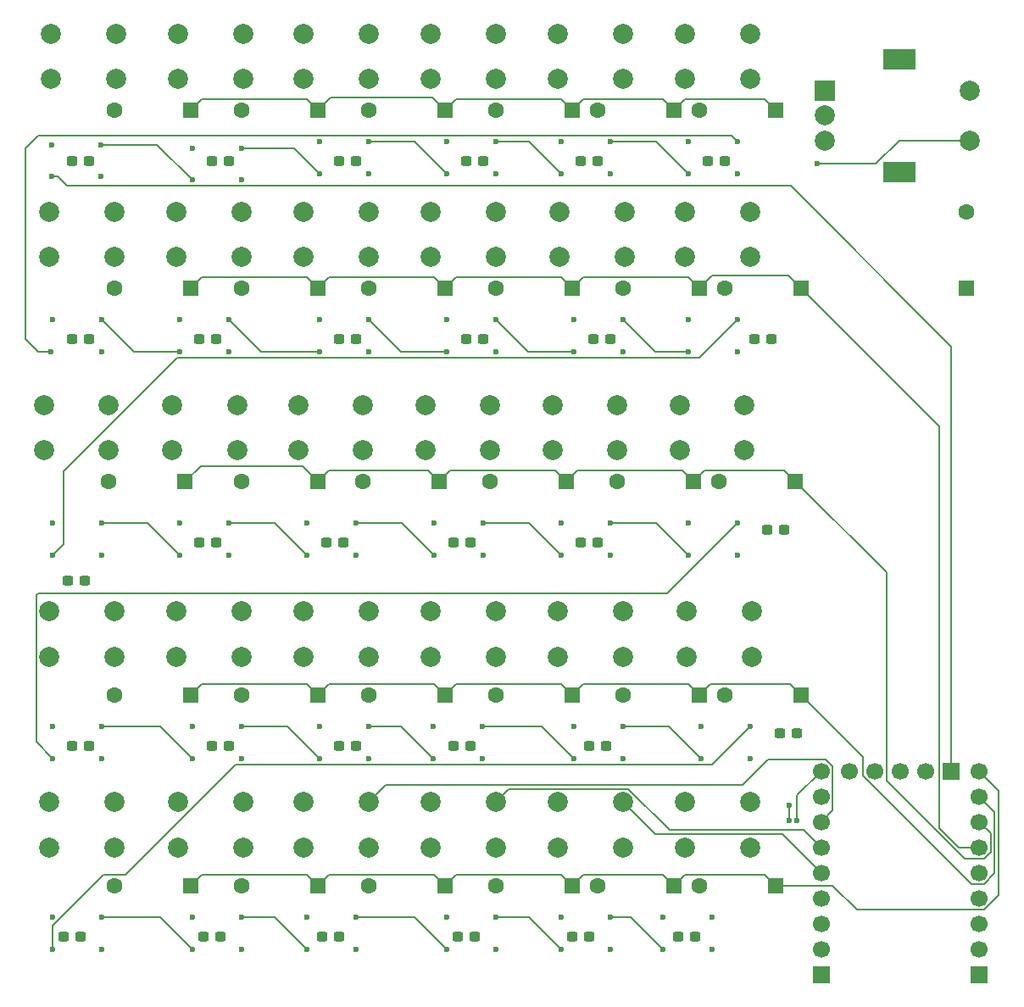
<source format=gbr>
%TF.GenerationSoftware,KiCad,Pcbnew,9.0.7*%
%TF.CreationDate,2026-02-20T03:41:17+09:00*%
%TF.ProjectId,YmmKeyboardMX,596d6d4b-6579-4626-9f61-72644d582e6b,rev?*%
%TF.SameCoordinates,Original*%
%TF.FileFunction,Copper,L4,Bot*%
%TF.FilePolarity,Positive*%
%FSLAX46Y46*%
G04 Gerber Fmt 4.6, Leading zero omitted, Abs format (unit mm)*
G04 Created by KiCad (PCBNEW 9.0.7) date 2026-02-20 03:41:17*
%MOMM*%
%LPD*%
G01*
G04 APERTURE LIST*
G04 Aperture macros list*
%AMRoundRect*
0 Rectangle with rounded corners*
0 $1 Rounding radius*
0 $2 $3 $4 $5 $6 $7 $8 $9 X,Y pos of 4 corners*
0 Add a 4 corners polygon primitive as box body*
4,1,4,$2,$3,$4,$5,$6,$7,$8,$9,$2,$3,0*
0 Add four circle primitives for the rounded corners*
1,1,$1+$1,$2,$3*
1,1,$1+$1,$4,$5*
1,1,$1+$1,$6,$7*
1,1,$1+$1,$8,$9*
0 Add four rect primitives between the rounded corners*
20,1,$1+$1,$2,$3,$4,$5,0*
20,1,$1+$1,$4,$5,$6,$7,0*
20,1,$1+$1,$6,$7,$8,$9,0*
20,1,$1+$1,$8,$9,$2,$3,0*%
G04 Aperture macros list end*
%TA.AperFunction,ComponentPad*%
%ADD10RoundRect,0.250000X0.550000X0.550000X-0.550000X0.550000X-0.550000X-0.550000X0.550000X-0.550000X0*%
%TD*%
%TA.AperFunction,ComponentPad*%
%ADD11C,1.600000*%
%TD*%
%TA.AperFunction,ComponentPad*%
%ADD12C,2.000000*%
%TD*%
%TA.AperFunction,ComponentPad*%
%ADD13RoundRect,0.250000X0.550000X-0.550000X0.550000X0.550000X-0.550000X0.550000X-0.550000X-0.550000X0*%
%TD*%
%TA.AperFunction,ComponentPad*%
%ADD14R,2.000000X2.000000*%
%TD*%
%TA.AperFunction,ComponentPad*%
%ADD15R,3.200000X2.000000*%
%TD*%
%TA.AperFunction,ComponentPad*%
%ADD16R,1.700000X1.700000*%
%TD*%
%TA.AperFunction,ComponentPad*%
%ADD17C,1.700000*%
%TD*%
%TA.AperFunction,SMDPad,CuDef*%
%ADD18RoundRect,0.237500X0.300000X0.237500X-0.300000X0.237500X-0.300000X-0.237500X0.300000X-0.237500X0*%
%TD*%
%TA.AperFunction,ViaPad*%
%ADD19C,0.600000*%
%TD*%
%TA.AperFunction,Conductor*%
%ADD20C,0.200000*%
%TD*%
G04 APERTURE END LIST*
D10*
%TO.P,D5,1,K*%
%TO.N,Net-(D2-K)*%
X185420000Y-35560000D03*
D11*
%TO.P,D5,2,A*%
%TO.N,Net-(D5-A)*%
X177800000Y-35560000D03*
%TD*%
D10*
%TO.P,D19,1,K*%
%TO.N,Net-(D14-K)*%
X207720000Y-72680000D03*
D11*
%TO.P,D19,2,A*%
%TO.N,Net-(D19-A)*%
X200100000Y-72680000D03*
%TD*%
D12*
%TO.P,SW18,1,1*%
%TO.N,Net-(SW12-Pad1)*%
X183440000Y-65060000D03*
X189940000Y-65060000D03*
%TO.P,SW18,2,2*%
%TO.N,Net-(D18-A)*%
X183440000Y-69560000D03*
X189940000Y-69560000D03*
%TD*%
D10*
%TO.P,D31,1,K*%
%TO.N,Net-(D26-K)*%
X205740000Y-113030000D03*
D11*
%TO.P,D31,2,A*%
%TO.N,Net-(D31-A)*%
X198120000Y-113030000D03*
%TD*%
D12*
%TO.P,SW19,1,1*%
%TO.N,Net-(SW13-Pad1)*%
X196140000Y-65060000D03*
X202640000Y-65060000D03*
%TO.P,SW19,2,2*%
%TO.N,Net-(D19-A)*%
X196140000Y-69560000D03*
X202640000Y-69560000D03*
%TD*%
%TO.P,SW31,1,1*%
%TO.N,Net-(SW13-Pad1)*%
X196700000Y-104720000D03*
X203200000Y-104720000D03*
%TO.P,SW31,2,2*%
%TO.N,Net-(D31-A)*%
X196700000Y-109220000D03*
X203200000Y-109220000D03*
%TD*%
D10*
%TO.P,D3,1,K*%
%TO.N,Net-(D2-K)*%
X160020000Y-35560000D03*
D11*
%TO.P,D3,2,A*%
%TO.N,Net-(D3-A)*%
X152400000Y-35560000D03*
%TD*%
D10*
%TO.P,D18,1,K*%
%TO.N,Net-(D14-K)*%
X197560000Y-72680000D03*
D11*
%TO.P,D18,2,A*%
%TO.N,Net-(D18-A)*%
X189940000Y-72680000D03*
%TD*%
D10*
%TO.P,D26,1,K*%
%TO.N,Net-(D26-K)*%
X147320000Y-113030000D03*
D11*
%TO.P,D26,2,A*%
%TO.N,Net-(D26-A)*%
X139700000Y-113030000D03*
%TD*%
D12*
%TO.P,SW7,1,1*%
%TO.N,Net-(SW13-Pad1)*%
X196700000Y-27940000D03*
X203200000Y-27940000D03*
%TO.P,SW7,2,2*%
%TO.N,Net-(D7-A)*%
X196700000Y-32440000D03*
X203200000Y-32440000D03*
%TD*%
D10*
%TO.P,D6,1,K*%
%TO.N,Net-(D2-K)*%
X195580000Y-35560000D03*
D11*
%TO.P,D6,2,A*%
%TO.N,Net-(D6-A)*%
X187960000Y-35560000D03*
%TD*%
D10*
%TO.P,D27,1,K*%
%TO.N,Net-(D26-K)*%
X160020000Y-113030000D03*
D11*
%TO.P,D27,2,A*%
%TO.N,Net-(D27-A)*%
X152400000Y-113030000D03*
%TD*%
D10*
%TO.P,D15,1,K*%
%TO.N,Net-(D14-K)*%
X160020000Y-72680000D03*
D11*
%TO.P,D15,2,A*%
%TO.N,Net-(D15-A)*%
X152400000Y-72680000D03*
%TD*%
D12*
%TO.P,SW22,1,1*%
%TO.N,Net-(SW10-Pad1)*%
X158600000Y-85670000D03*
X165100000Y-85670000D03*
%TO.P,SW22,2,2*%
%TO.N,Net-(D22-A)*%
X158600000Y-90170000D03*
X165100000Y-90170000D03*
%TD*%
%TO.P,SW29,1,1*%
%TO.N,Net-(SW11-Pad1)*%
X171300000Y-104720000D03*
X177800000Y-104720000D03*
%TO.P,SW29,2,2*%
%TO.N,Net-(D29-A)*%
X171300000Y-109220000D03*
X177800000Y-109220000D03*
%TD*%
D10*
%TO.P,D28,1,K*%
%TO.N,Net-(D26-K)*%
X172720000Y-113030000D03*
D11*
%TO.P,D28,2,A*%
%TO.N,Net-(D28-A)*%
X165100000Y-113030000D03*
%TD*%
D12*
%TO.P,SW4,1,1*%
%TO.N,Net-(SW10-Pad1)*%
X158600000Y-27940000D03*
X165100000Y-27940000D03*
%TO.P,SW4,2,2*%
%TO.N,Net-(D4-A)*%
X158600000Y-32440000D03*
X165100000Y-32440000D03*
%TD*%
D10*
%TO.P,D13,1,K*%
%TO.N,Net-(D10-K)*%
X208280000Y-53340000D03*
D11*
%TO.P,D13,2,A*%
%TO.N,Net-(D13-A)*%
X200660000Y-53340000D03*
%TD*%
D12*
%TO.P,SW16,1,1*%
%TO.N,Net-(SW10-Pad1)*%
X158040000Y-65060000D03*
X164540000Y-65060000D03*
%TO.P,SW16,2,2*%
%TO.N,Net-(D16-A)*%
X158040000Y-69560000D03*
X164540000Y-69560000D03*
%TD*%
D10*
%TO.P,D8,1,K*%
%TO.N,Net-(D10-K)*%
X147320000Y-53340000D03*
D11*
%TO.P,D8,2,A*%
%TO.N,Net-(D8-A)*%
X139700000Y-53340000D03*
%TD*%
D10*
%TO.P,D4,1,K*%
%TO.N,Net-(D2-K)*%
X172720000Y-35560000D03*
D11*
%TO.P,D4,2,A*%
%TO.N,Net-(D4-A)*%
X165100000Y-35560000D03*
%TD*%
D10*
%TO.P,D16,1,K*%
%TO.N,Net-(D14-K)*%
X172160000Y-72680000D03*
D11*
%TO.P,D16,2,A*%
%TO.N,Net-(D16-A)*%
X164540000Y-72680000D03*
%TD*%
D10*
%TO.P,D11,1,K*%
%TO.N,Net-(D10-K)*%
X185420000Y-53340000D03*
D11*
%TO.P,D11,2,A*%
%TO.N,Net-(D11-A)*%
X177800000Y-53340000D03*
%TD*%
D12*
%TO.P,SW27,1,1*%
%TO.N,Net-(SW15-Pad1)*%
X146050000Y-104720000D03*
X152550000Y-104720000D03*
%TO.P,SW27,2,2*%
%TO.N,Net-(D27-A)*%
X146050000Y-109220000D03*
X152550000Y-109220000D03*
%TD*%
%TO.P,SW24,1,1*%
%TO.N,Net-(SW12-Pad1)*%
X184000000Y-85670000D03*
X190500000Y-85670000D03*
%TO.P,SW24,2,2*%
%TO.N,Net-(D24-A)*%
X184000000Y-90170000D03*
X190500000Y-90170000D03*
%TD*%
D10*
%TO.P,D25,1,K*%
%TO.N,Net-(D20-K)*%
X208280000Y-93980000D03*
D11*
%TO.P,D25,2,A*%
%TO.N,Net-(D25-A)*%
X200660000Y-93980000D03*
%TD*%
D12*
%TO.P,SW10,1,1*%
%TO.N,Net-(SW10-Pad1)*%
X158600000Y-45720000D03*
X165100000Y-45720000D03*
%TO.P,SW10,2,2*%
%TO.N,Net-(D10-A)*%
X158600000Y-50220000D03*
X165100000Y-50220000D03*
%TD*%
%TO.P,SW8,1,1*%
%TO.N,Net-(SW14-Pad1)*%
X133200000Y-45720000D03*
X139700000Y-45720000D03*
%TO.P,SW8,2,2*%
%TO.N,Net-(D8-A)*%
X133200000Y-50220000D03*
X139700000Y-50220000D03*
%TD*%
%TO.P,SW6,1,1*%
%TO.N,Net-(SW12-Pad1)*%
X184000000Y-27940000D03*
X190500000Y-27940000D03*
%TO.P,SW6,2,2*%
%TO.N,Net-(D6-A)*%
X184000000Y-32440000D03*
X190500000Y-32440000D03*
%TD*%
D10*
%TO.P,D2,1,K*%
%TO.N,Net-(D2-K)*%
X147320000Y-35560000D03*
D11*
%TO.P,D2,2,A*%
%TO.N,Net-(D2-A)*%
X139700000Y-35560000D03*
%TD*%
D12*
%TO.P,SW28,1,1*%
%TO.N,Net-(SW10-Pad1)*%
X158600000Y-104720000D03*
X165100000Y-104720000D03*
%TO.P,SW28,2,2*%
%TO.N,Net-(D28-A)*%
X158600000Y-109220000D03*
X165100000Y-109220000D03*
%TD*%
D10*
%TO.P,D9,1,K*%
%TO.N,Net-(D10-K)*%
X160020000Y-53340000D03*
D11*
%TO.P,D9,2,A*%
%TO.N,Net-(D9-A)*%
X152400000Y-53340000D03*
%TD*%
D10*
%TO.P,D12,1,K*%
%TO.N,Net-(D10-K)*%
X198120000Y-53340000D03*
D11*
%TO.P,D12,2,A*%
%TO.N,Net-(D12-A)*%
X190500000Y-53340000D03*
%TD*%
D12*
%TO.P,SW9,1,1*%
%TO.N,Net-(SW15-Pad1)*%
X145900000Y-45720000D03*
X152400000Y-45720000D03*
%TO.P,SW9,2,2*%
%TO.N,Net-(D9-A)*%
X145900000Y-50220000D03*
X152400000Y-50220000D03*
%TD*%
D10*
%TO.P,D17,1,K*%
%TO.N,Net-(D14-K)*%
X184860000Y-72680000D03*
D11*
%TO.P,D17,2,A*%
%TO.N,Net-(D17-A)*%
X177240000Y-72680000D03*
%TD*%
D10*
%TO.P,D29,1,K*%
%TO.N,Net-(D26-K)*%
X185420000Y-113030000D03*
D11*
%TO.P,D29,2,A*%
%TO.N,Net-(D29-A)*%
X177800000Y-113030000D03*
%TD*%
D10*
%TO.P,D30,1,K*%
%TO.N,Net-(D26-K)*%
X195580000Y-113030000D03*
D11*
%TO.P,D30,2,A*%
%TO.N,Net-(D30-A)*%
X187960000Y-113030000D03*
%TD*%
D13*
%TO.P,D32,1,K*%
%TO.N,Net-(D32-K)*%
X224790000Y-53340000D03*
D11*
%TO.P,D32,2,A*%
%TO.N,Net-(D32-A)*%
X224790000Y-45720000D03*
%TD*%
D12*
%TO.P,SW25,1,1*%
%TO.N,Net-(SW13-Pad1)*%
X196850000Y-85670000D03*
X203350000Y-85670000D03*
%TO.P,SW25,2,2*%
%TO.N,Net-(D25-A)*%
X196850000Y-90170000D03*
X203350000Y-90170000D03*
%TD*%
D10*
%TO.P,D22,1,K*%
%TO.N,Net-(D20-K)*%
X172720000Y-93980000D03*
D11*
%TO.P,D22,2,A*%
%TO.N,Net-(D22-A)*%
X165100000Y-93980000D03*
%TD*%
D14*
%TO.P,SW32,A,A*%
%TO.N,Net-(SW32-PadA)*%
X210640000Y-33640000D03*
D12*
%TO.P,SW32,B,B*%
%TO.N,Net-(SW32-PadB)*%
X210640000Y-38640000D03*
%TO.P,SW32,C,C*%
%TO.N,GND*%
X210640000Y-36140000D03*
D15*
%TO.P,SW32,MP*%
%TO.N,N/C*%
X218140000Y-30540000D03*
X218140000Y-41740000D03*
D12*
%TO.P,SW32,S1,S1*%
%TO.N,Net-(SW32-PadS1)*%
X225140000Y-38640000D03*
%TO.P,SW32,S2,S2*%
%TO.N,Net-(D32-A)*%
X225140000Y-33640000D03*
%TD*%
%TO.P,SW3,1,1*%
%TO.N,Net-(SW15-Pad1)*%
X146050000Y-27940000D03*
X152550000Y-27940000D03*
%TO.P,SW3,2,2*%
%TO.N,Net-(D3-A)*%
X146050000Y-32440000D03*
X152550000Y-32440000D03*
%TD*%
%TO.P,SW13,1,1*%
%TO.N,Net-(SW13-Pad1)*%
X196700000Y-45720000D03*
X203200000Y-45720000D03*
%TO.P,SW13,2,2*%
%TO.N,Net-(D13-A)*%
X196700000Y-50220000D03*
X203200000Y-50220000D03*
%TD*%
%TO.P,SW14,1,1*%
%TO.N,Net-(SW14-Pad1)*%
X132640000Y-65060000D03*
X139140000Y-65060000D03*
%TO.P,SW14,2,2*%
%TO.N,Net-(D14-A)*%
X132640000Y-69560000D03*
X139140000Y-69560000D03*
%TD*%
%TO.P,SW30,1,1*%
%TO.N,Net-(SW12-Pad1)*%
X184000000Y-104720000D03*
X190500000Y-104720000D03*
%TO.P,SW30,2,2*%
%TO.N,Net-(D30-A)*%
X184000000Y-109220000D03*
X190500000Y-109220000D03*
%TD*%
%TO.P,SW11,1,1*%
%TO.N,Net-(SW11-Pad1)*%
X171300000Y-45720000D03*
X177800000Y-45720000D03*
%TO.P,SW11,2,2*%
%TO.N,Net-(D11-A)*%
X171300000Y-50220000D03*
X177800000Y-50220000D03*
%TD*%
%TO.P,SW12,1,1*%
%TO.N,Net-(SW12-Pad1)*%
X184150000Y-45720000D03*
X190650000Y-45720000D03*
%TO.P,SW12,2,2*%
%TO.N,Net-(D12-A)*%
X184150000Y-50220000D03*
X190650000Y-50220000D03*
%TD*%
%TO.P,SW21,1,1*%
%TO.N,Net-(SW15-Pad1)*%
X145900000Y-85670000D03*
X152400000Y-85670000D03*
%TO.P,SW21,2,2*%
%TO.N,Net-(D21-A)*%
X145900000Y-90170000D03*
X152400000Y-90170000D03*
%TD*%
D10*
%TO.P,D20,1,K*%
%TO.N,Net-(D20-K)*%
X147320000Y-93980000D03*
D11*
%TO.P,D20,2,A*%
%TO.N,Net-(D20-A)*%
X139700000Y-93980000D03*
%TD*%
D10*
%TO.P,D21,1,K*%
%TO.N,Net-(D20-K)*%
X160020000Y-93980000D03*
D11*
%TO.P,D21,2,A*%
%TO.N,Net-(D21-A)*%
X152400000Y-93980000D03*
%TD*%
D12*
%TO.P,SW17,1,1*%
%TO.N,Net-(SW11-Pad1)*%
X170740000Y-65060000D03*
X177240000Y-65060000D03*
%TO.P,SW17,2,2*%
%TO.N,Net-(D17-A)*%
X170740000Y-69560000D03*
X177240000Y-69560000D03*
%TD*%
D10*
%TO.P,D14,1,K*%
%TO.N,Net-(D14-K)*%
X146760000Y-72680000D03*
D11*
%TO.P,D14,2,A*%
%TO.N,Net-(D14-A)*%
X139140000Y-72680000D03*
%TD*%
D12*
%TO.P,SW15,1,1*%
%TO.N,Net-(SW15-Pad1)*%
X145490000Y-65060000D03*
X151990000Y-65060000D03*
%TO.P,SW15,2,2*%
%TO.N,Net-(D15-A)*%
X145490000Y-69560000D03*
X151990000Y-69560000D03*
%TD*%
%TO.P,SW23,1,1*%
%TO.N,Net-(SW11-Pad1)*%
X171300000Y-85670000D03*
X177800000Y-85670000D03*
%TO.P,SW23,2,2*%
%TO.N,Net-(D23-A)*%
X171300000Y-90170000D03*
X177800000Y-90170000D03*
%TD*%
D10*
%TO.P,D24,1,K*%
%TO.N,Net-(D20-K)*%
X198120000Y-93980000D03*
D11*
%TO.P,D24,2,A*%
%TO.N,Net-(D24-A)*%
X190500000Y-93980000D03*
%TD*%
D10*
%TO.P,D10,1,K*%
%TO.N,Net-(D10-K)*%
X172720000Y-53340000D03*
D11*
%TO.P,D10,2,A*%
%TO.N,Net-(D10-A)*%
X165100000Y-53340000D03*
%TD*%
D12*
%TO.P,SW20,1,1*%
%TO.N,Net-(SW14-Pad1)*%
X133200000Y-85670000D03*
X139700000Y-85670000D03*
%TO.P,SW20,2,2*%
%TO.N,Net-(D20-A)*%
X133200000Y-90170000D03*
X139700000Y-90170000D03*
%TD*%
D10*
%TO.P,D23,1,K*%
%TO.N,Net-(D20-K)*%
X185420000Y-93980000D03*
D11*
%TO.P,D23,2,A*%
%TO.N,Net-(D23-A)*%
X177800000Y-93980000D03*
%TD*%
D12*
%TO.P,SW2,1,1*%
%TO.N,Net-(SW14-Pad1)*%
X133350000Y-27940000D03*
X139850000Y-27940000D03*
%TO.P,SW2,2,2*%
%TO.N,Net-(D2-A)*%
X133350000Y-32440000D03*
X139850000Y-32440000D03*
%TD*%
%TO.P,SW26,1,1*%
%TO.N,Net-(SW14-Pad1)*%
X133200000Y-104720000D03*
X139700000Y-104720000D03*
%TO.P,SW26,2,2*%
%TO.N,Net-(D26-A)*%
X133200000Y-109220000D03*
X139700000Y-109220000D03*
%TD*%
D16*
%TO.P,U1,0,0*%
%TO.N,Net-(SW32-PadA)*%
X210280000Y-121930000D03*
D17*
%TO.P,U1,1,1*%
%TO.N,Net-(SW32-PadB)*%
X210280000Y-119390000D03*
%TO.P,U1,2,2*%
%TO.N,Net-(SW32-PadS1)*%
X210280000Y-116850000D03*
%TO.P,U1,3,3*%
%TO.N,Net-(SW13-Pad1)*%
X210280000Y-114310000D03*
%TO.P,U1,4,4*%
%TO.N,Net-(SW12-Pad1)*%
X210280000Y-111770000D03*
%TO.P,U1,5,5*%
%TO.N,Net-(SW11-Pad1)*%
X210280000Y-109230000D03*
%TO.P,U1,6,6*%
%TO.N,Net-(SW10-Pad1)*%
X210280000Y-106690000D03*
%TO.P,U1,7,7*%
%TO.N,Net-(SW15-Pad1)*%
X210280000Y-104150000D03*
%TO.P,U1,8,8*%
%TO.N,Net-(SW14-Pad1)*%
X210280000Y-101610000D03*
%TO.P,U1,9,9*%
%TO.N,unconnected-(U1-Pad9)*%
X213110000Y-101620000D03*
%TO.P,U1,10,10*%
%TO.N,unconnected-(U1-Pad10)*%
X215650000Y-101620000D03*
%TO.P,U1,11,11*%
%TO.N,unconnected-(U1-Pad11)*%
X218190000Y-101620000D03*
%TO.P,U1,12,12*%
%TO.N,unconnected-(U1-Pad12)*%
X220730000Y-101620000D03*
D16*
%TO.P,U1,13,13*%
%TO.N,Net-(D1-DIN)*%
X223270000Y-101620000D03*
D17*
%TO.P,U1,14,14*%
%TO.N,Net-(D26-K)*%
X226060000Y-101600000D03*
%TO.P,U1,15,15*%
%TO.N,Net-(D20-K)*%
X226060000Y-104140000D03*
%TO.P,U1,26,26*%
%TO.N,Net-(D14-K)*%
X226060000Y-106680000D03*
%TO.P,U1,27,27*%
%TO.N,Net-(D10-K)*%
X226060000Y-109220000D03*
%TO.P,U1,28,28*%
%TO.N,Net-(D2-K)*%
X226060000Y-111760000D03*
%TO.P,U1,29,29*%
%TO.N,Net-(D32-K)*%
X226060000Y-114300000D03*
%TO.P,U1,30,3V3*%
%TO.N,unconnected-(U1-3V3-Pad30)*%
X226060000Y-116840000D03*
%TO.P,U1,31,GND*%
%TO.N,GND*%
X226060000Y-119380000D03*
D16*
%TO.P,U1,32,5V*%
%TO.N,+5V*%
X226060000Y-121920000D03*
%TD*%
D12*
%TO.P,SW5,1,1*%
%TO.N,Net-(SW11-Pad1)*%
X171300000Y-27940000D03*
X177800000Y-27940000D03*
%TO.P,SW5,2,2*%
%TO.N,Net-(D5-A)*%
X171300000Y-32440000D03*
X177800000Y-32440000D03*
%TD*%
D18*
%TO.P,C12,1*%
%TO.N,GND*%
X205332500Y-58420000D03*
%TO.P,C12,2*%
%TO.N,+5V*%
X203607500Y-58420000D03*
%TD*%
%TO.P,C11,1*%
%TO.N,GND*%
X189230000Y-58420000D03*
%TO.P,C11,2*%
%TO.N,+5V*%
X187505000Y-58420000D03*
%TD*%
%TO.P,C13,1*%
%TO.N,+5V*%
X136752500Y-82550000D03*
%TO.P,C13,2*%
%TO.N,GND*%
X135027500Y-82550000D03*
%TD*%
%TO.P,C14,1*%
%TO.N,+5V*%
X149860000Y-78740000D03*
%TO.P,C14,2*%
%TO.N,GND*%
X148135000Y-78740000D03*
%TD*%
%TO.P,C25,1*%
%TO.N,+5V*%
X136345000Y-118110000D03*
%TO.P,C25,2*%
%TO.N,GND*%
X134620000Y-118110000D03*
%TD*%
%TO.P,C23,1*%
%TO.N,GND*%
X188822500Y-99060000D03*
%TO.P,C23,2*%
%TO.N,+5V*%
X187097500Y-99060000D03*
%TD*%
%TO.P,C15,1*%
%TO.N,+5V*%
X162560000Y-78740000D03*
%TO.P,C15,2*%
%TO.N,GND*%
X160835000Y-78740000D03*
%TD*%
%TO.P,C9,1*%
%TO.N,GND*%
X163830000Y-58420000D03*
%TO.P,C9,2*%
%TO.N,+5V*%
X162105000Y-58420000D03*
%TD*%
%TO.P,C29,1*%
%TO.N,+5V*%
X187145000Y-118110000D03*
%TO.P,C29,2*%
%TO.N,GND*%
X185420000Y-118110000D03*
%TD*%
%TO.P,C27,1*%
%TO.N,+5V*%
X162152500Y-118110000D03*
%TO.P,C27,2*%
%TO.N,GND*%
X160427500Y-118110000D03*
%TD*%
%TO.P,C22,1*%
%TO.N,GND*%
X175260000Y-99060000D03*
%TO.P,C22,2*%
%TO.N,+5V*%
X173535000Y-99060000D03*
%TD*%
%TO.P,C7,1*%
%TO.N,GND*%
X137160000Y-58420000D03*
%TO.P,C7,2*%
%TO.N,+5V*%
X135435000Y-58420000D03*
%TD*%
%TO.P,C28,1*%
%TO.N,+5V*%
X175715000Y-118110000D03*
%TO.P,C28,2*%
%TO.N,GND*%
X173990000Y-118110000D03*
%TD*%
%TO.P,C16,1*%
%TO.N,+5V*%
X175260000Y-78740000D03*
%TO.P,C16,2*%
%TO.N,GND*%
X173535000Y-78740000D03*
%TD*%
%TO.P,C8,1*%
%TO.N,GND*%
X149860000Y-58420000D03*
%TO.P,C8,2*%
%TO.N,+5V*%
X148135000Y-58420000D03*
%TD*%
%TO.P,C19,1*%
%TO.N,GND*%
X137160000Y-99060000D03*
%TO.P,C19,2*%
%TO.N,+5V*%
X135435000Y-99060000D03*
%TD*%
%TO.P,C3,1*%
%TO.N,+5V*%
X163830000Y-40640000D03*
%TO.P,C3,2*%
%TO.N,GND*%
X162105000Y-40640000D03*
%TD*%
%TO.P,C2,1*%
%TO.N,+5V*%
X151130000Y-40640000D03*
%TO.P,C2,2*%
%TO.N,GND*%
X149405000Y-40640000D03*
%TD*%
%TO.P,C30,1*%
%TO.N,+5V*%
X197712500Y-118110000D03*
%TO.P,C30,2*%
%TO.N,GND*%
X195987500Y-118110000D03*
%TD*%
%TO.P,C21,1*%
%TO.N,GND*%
X163830000Y-99060000D03*
%TO.P,C21,2*%
%TO.N,+5V*%
X162105000Y-99060000D03*
%TD*%
%TO.P,C20,1*%
%TO.N,GND*%
X151130000Y-99060000D03*
%TO.P,C20,2*%
%TO.N,+5V*%
X149405000Y-99060000D03*
%TD*%
%TO.P,C6,1*%
%TO.N,+5V*%
X200660000Y-40640000D03*
%TO.P,C6,2*%
%TO.N,GND*%
X198935000Y-40640000D03*
%TD*%
%TO.P,C4,1*%
%TO.N,+5V*%
X176530000Y-40640000D03*
%TO.P,C4,2*%
%TO.N,GND*%
X174805000Y-40640000D03*
%TD*%
%TO.P,C24,1*%
%TO.N,GND*%
X207872500Y-97790000D03*
%TO.P,C24,2*%
%TO.N,+5V*%
X206147500Y-97790000D03*
%TD*%
%TO.P,C1,1*%
%TO.N,+5V*%
X137160000Y-40640000D03*
%TO.P,C1,2*%
%TO.N,GND*%
X135435000Y-40640000D03*
%TD*%
%TO.P,C26,1*%
%TO.N,+5V*%
X150315000Y-118110000D03*
%TO.P,C26,2*%
%TO.N,GND*%
X148590000Y-118110000D03*
%TD*%
%TO.P,C18,1*%
%TO.N,+5V*%
X206602500Y-77470000D03*
%TO.P,C18,2*%
%TO.N,GND*%
X204877500Y-77470000D03*
%TD*%
%TO.P,C5,1*%
%TO.N,+5V*%
X187960000Y-40640000D03*
%TO.P,C5,2*%
%TO.N,GND*%
X186235000Y-40640000D03*
%TD*%
%TO.P,C17,1*%
%TO.N,+5V*%
X187960000Y-78740000D03*
%TO.P,C17,2*%
%TO.N,GND*%
X186235000Y-78740000D03*
%TD*%
%TO.P,C10,1*%
%TO.N,GND*%
X176530000Y-58420000D03*
%TO.P,C10,2*%
%TO.N,+5V*%
X174805000Y-58420000D03*
%TD*%
D10*
%TO.P,D7,1,K*%
%TO.N,Net-(D2-K)*%
X205740000Y-35560000D03*
D11*
%TO.P,D7,2,A*%
%TO.N,Net-(D7-A)*%
X198120000Y-35560000D03*
%TD*%
D19*
%TO.N,GND*%
X133530000Y-76810000D03*
X185600000Y-56490000D03*
X184330000Y-76810000D03*
X195987500Y-118110000D03*
X184330000Y-116180000D03*
X171540000Y-97130000D03*
X172900000Y-56490000D03*
X149860000Y-58420000D03*
X162105000Y-40640000D03*
X188822500Y-99060000D03*
X147500000Y-116180000D03*
X194490000Y-116180000D03*
X185600000Y-97130000D03*
X135027500Y-82550000D03*
X210640000Y-36140000D03*
X147500000Y-39370000D03*
X133530000Y-56490000D03*
X163830000Y-58420000D03*
X198935000Y-40640000D03*
X147500000Y-97130000D03*
X133530000Y-116180000D03*
X149405000Y-40640000D03*
X160835000Y-78740000D03*
X146230000Y-76810000D03*
X197030000Y-76810000D03*
X186235000Y-40640000D03*
X135435000Y-40640000D03*
X172900000Y-116180000D03*
X185420000Y-118110000D03*
X148590000Y-118110000D03*
X189230000Y-58420000D03*
X160200000Y-38710000D03*
X148135000Y-78740000D03*
X134620000Y-118110000D03*
X173535000Y-78740000D03*
X226060000Y-119380000D03*
X172900000Y-38710000D03*
X186235000Y-78740000D03*
X137160000Y-58420000D03*
X197030000Y-38710000D03*
X160200000Y-56490000D03*
X158930000Y-76810000D03*
X205332500Y-58420000D03*
X173990000Y-118110000D03*
X146230000Y-56490000D03*
X184330000Y-38710000D03*
X175260000Y-99060000D03*
X197030000Y-56490000D03*
X174805000Y-40640000D03*
X204877500Y-77470000D03*
X133440000Y-39040000D03*
X198300000Y-97130000D03*
X158930000Y-116180000D03*
X137160000Y-99060000D03*
X176530000Y-58420000D03*
X163830000Y-99060000D03*
X171630000Y-76810000D03*
X160200000Y-97130000D03*
X133530000Y-97130000D03*
X151130000Y-99060000D03*
X160427500Y-118110000D03*
X207872500Y-97790000D03*
%TO.N,Net-(D1-DOUT)*%
X147500000Y-42570000D03*
X138340000Y-39040000D03*
%TO.N,Net-(D1-DIN)*%
X133440000Y-42240000D03*
%TO.N,Net-(D33-DOUT)*%
X160200000Y-41910000D03*
X152400000Y-39370000D03*
%TO.N,Net-(D34-DOUT)*%
X165100000Y-38710000D03*
X172900000Y-41910000D03*
%TO.N,Net-(D35-DOUT)*%
X177800000Y-38710000D03*
X184330000Y-41910000D03*
%TO.N,Net-(D36-DOUT)*%
X189230000Y-38710000D03*
X197030000Y-41910000D03*
%TO.N,Net-(D37-DOUT)*%
X201930000Y-38710000D03*
X133350000Y-59690000D03*
%TO.N,Net-(D38-DOUT)*%
X138430000Y-56490000D03*
X146230000Y-59690000D03*
%TO.N,Net-(D39-DOUT)*%
X160200000Y-59690000D03*
X151130000Y-56490000D03*
%TO.N,Net-(D40-DOUT)*%
X165100000Y-56490000D03*
X172900000Y-59690000D03*
%TO.N,Net-(D41-DOUT)*%
X185600000Y-59690000D03*
X177800000Y-56490000D03*
%TO.N,Net-(D42-DOUT)*%
X190500000Y-56490000D03*
X197030000Y-59690000D03*
%TO.N,Net-(D43-DOUT)*%
X133530000Y-80010000D03*
X201930000Y-56490000D03*
%TO.N,Net-(D44-DOUT)*%
X138430000Y-76810000D03*
X146230000Y-80010000D03*
%TO.N,Net-(D45-DOUT)*%
X151130000Y-76810000D03*
X158930000Y-80010000D03*
X151130000Y-76810000D03*
%TO.N,Net-(D46-DOUT)*%
X171630000Y-80010000D03*
X163830000Y-76810000D03*
%TO.N,Net-(D47-DOUT)*%
X176530000Y-76810000D03*
X184330000Y-80010000D03*
%TO.N,Net-(D48-DOUT)*%
X189230000Y-76810000D03*
X197030000Y-80010000D03*
%TO.N,Net-(D49-DOUT)*%
X201930000Y-76810000D03*
X133530000Y-100330000D03*
%TO.N,Net-(D50-DOUT)*%
X147500000Y-100330000D03*
X138430000Y-97130000D03*
%TO.N,Net-(D51-DOUT)*%
X152400000Y-97130000D03*
X160200000Y-100330000D03*
%TO.N,Net-(D52-DOUT)*%
X165100000Y-97130000D03*
X171540000Y-100330000D03*
%TO.N,Net-(D53-DOUT)*%
X185600000Y-100330000D03*
X176440000Y-97130000D03*
%TO.N,Net-(D54-DOUT)*%
X190500000Y-97130000D03*
X198300000Y-100330000D03*
%TO.N,Net-(D55-DOUT)*%
X133530000Y-119380000D03*
X203200000Y-97130000D03*
%TO.N,Net-(D56-DOUT)*%
X138430000Y-116180000D03*
X147500000Y-119380000D03*
%TO.N,Net-(D57-DOUT)*%
X158930000Y-119380000D03*
X152400000Y-116180000D03*
%TO.N,Net-(D58-DOUT)*%
X163830000Y-116180000D03*
X172900000Y-119380000D03*
%TO.N,Net-(D59-DOUT)*%
X177800000Y-116180000D03*
X184330000Y-119380000D03*
%TO.N,Net-(D60-DOUT)*%
X189230000Y-116180000D03*
X194490000Y-119380000D03*
%TO.N,unconnected-(D61-DOUT-Pad4)*%
X199390000Y-116180000D03*
%TO.N,Net-(SW14-Pad1)*%
X207860000Y-106530000D03*
%TO.N,Net-(SW15-Pad1)*%
X207060000Y-105040000D03*
X207060158Y-106514000D03*
%TO.N,Net-(SW32-PadS1)*%
X225140000Y-38640000D03*
X209930000Y-40970000D03*
%TO.N,+5V*%
X175260000Y-78740000D03*
X189230000Y-119380000D03*
X200660000Y-40640000D03*
X137160000Y-40640000D03*
X151130000Y-59690000D03*
X152400000Y-42570000D03*
X189230000Y-80010000D03*
X176530000Y-80010000D03*
X165100000Y-100330000D03*
X177800000Y-41910000D03*
X199390000Y-119380000D03*
X176530000Y-40640000D03*
X135435000Y-58420000D03*
X151130000Y-40640000D03*
X176440000Y-100330000D03*
X206147500Y-97790000D03*
X187145000Y-118110000D03*
X190500000Y-100330000D03*
X149860000Y-78740000D03*
X174805000Y-58420000D03*
X163830000Y-80010000D03*
X136345000Y-118110000D03*
X203200000Y-100330000D03*
X150315000Y-118110000D03*
X226060000Y-121920000D03*
X177800000Y-59690000D03*
X190500000Y-59690000D03*
X148135000Y-58420000D03*
X152400000Y-100330000D03*
X165100000Y-41910000D03*
X138430000Y-119380000D03*
X138430000Y-100330000D03*
X189230000Y-41910000D03*
X162105000Y-58420000D03*
X203607500Y-58420000D03*
X162560000Y-78740000D03*
X201930000Y-59690000D03*
X151130000Y-80010000D03*
X136752500Y-82550000D03*
X162152500Y-118110000D03*
X197712500Y-118110000D03*
X187097500Y-99060000D03*
X149405000Y-99060000D03*
X138340000Y-42240000D03*
X187960000Y-78740000D03*
X177800000Y-119380000D03*
X201930000Y-41910000D03*
X201930000Y-80010000D03*
X165100000Y-59690000D03*
X175715000Y-118110000D03*
X138430000Y-80010000D03*
X206602500Y-77470000D03*
X152400000Y-119380000D03*
X162105000Y-99060000D03*
X173535000Y-99060000D03*
X135435000Y-99060000D03*
X187505000Y-58420000D03*
X138430000Y-59690000D03*
X200660000Y-40640000D03*
X163830000Y-119380000D03*
X163830000Y-40640000D03*
X187960000Y-40640000D03*
%TD*%
D20*
%TO.N,Net-(D1-DOUT)*%
X138340000Y-39040000D02*
X143970000Y-39040000D01*
X143970000Y-39040000D02*
X147500000Y-42570000D01*
%TO.N,Net-(D1-DIN)*%
X223270000Y-101620000D02*
X223270000Y-59200057D01*
X207240943Y-43171000D02*
X135001000Y-43171000D01*
X135001000Y-43171000D02*
X134070000Y-42240000D01*
X223270000Y-59200057D02*
X207240943Y-43171000D01*
X134070000Y-42240000D02*
X133440000Y-42240000D01*
%TO.N,Net-(D2-K)*%
X186521000Y-34459000D02*
X194479000Y-34459000D01*
X171450000Y-34290000D02*
X172720000Y-35560000D01*
X194479000Y-34459000D02*
X195580000Y-35560000D01*
X172720000Y-35560000D02*
X173821000Y-34459000D01*
X173821000Y-34459000D02*
X184319000Y-34459000D01*
X147320000Y-35560000D02*
X148421000Y-34459000D01*
X184319000Y-34459000D02*
X185420000Y-35560000D01*
X196681000Y-34459000D02*
X204639000Y-34459000D01*
X185420000Y-35560000D02*
X186521000Y-34459000D01*
X161290000Y-34290000D02*
X171450000Y-34290000D01*
X205740000Y-35560000D02*
X204639000Y-34459000D01*
X160020000Y-35560000D02*
X161290000Y-34290000D01*
X148421000Y-34459000D02*
X158919000Y-34459000D01*
X195580000Y-35560000D02*
X196681000Y-34459000D01*
X158919000Y-34459000D02*
X160020000Y-35560000D01*
%TO.N,Net-(D10-K)*%
X199390000Y-52070000D02*
X207010000Y-52070000D01*
X222119000Y-67179000D02*
X208280000Y-53340000D01*
X184319000Y-52239000D02*
X185420000Y-53340000D01*
X158919000Y-52239000D02*
X160020000Y-53340000D01*
X207010000Y-52070000D02*
X208280000Y-53340000D01*
X160020000Y-53340000D02*
X161121000Y-52239000D01*
X224030000Y-109220000D02*
X222119000Y-107309000D01*
X186521000Y-52239000D02*
X197019000Y-52239000D01*
X171619000Y-52239000D02*
X172720000Y-53340000D01*
X222119000Y-107309000D02*
X222119000Y-67179000D01*
X185420000Y-53340000D02*
X186521000Y-52239000D01*
X208280000Y-53340000D02*
X209550000Y-54610000D01*
X148421000Y-52239000D02*
X158919000Y-52239000D01*
X147320000Y-53340000D02*
X148421000Y-52239000D01*
X226060000Y-109220000D02*
X224030000Y-109220000D01*
X161121000Y-52239000D02*
X171619000Y-52239000D01*
X172720000Y-53340000D02*
X173821000Y-52239000D01*
X198120000Y-53340000D02*
X199390000Y-52070000D01*
X197019000Y-52239000D02*
X198120000Y-53340000D01*
X173821000Y-52239000D02*
X184319000Y-52239000D01*
%TO.N,Net-(D14-K)*%
X226536760Y-110371000D02*
X224613900Y-110371000D01*
X216801000Y-81761000D02*
X207720000Y-72680000D01*
X185961000Y-71579000D02*
X196459000Y-71579000D01*
X197560000Y-72680000D02*
X198661000Y-71579000D01*
X173261000Y-71579000D02*
X183759000Y-71579000D01*
X227211000Y-109696760D02*
X226536760Y-110371000D01*
X198661000Y-71579000D02*
X206619000Y-71579000D01*
X146760000Y-72680000D02*
X148320000Y-71120000D01*
X224613900Y-110371000D02*
X216801000Y-102558100D01*
X161121000Y-71579000D02*
X171059000Y-71579000D01*
X227211000Y-107831000D02*
X227211000Y-109696760D01*
X183759000Y-71579000D02*
X184860000Y-72680000D01*
X226060000Y-106680000D02*
X227211000Y-107831000D01*
X216801000Y-102558100D02*
X216801000Y-81761000D01*
X148320000Y-71120000D02*
X158460000Y-71120000D01*
X158460000Y-71120000D02*
X160020000Y-72680000D01*
X206619000Y-71579000D02*
X207720000Y-72680000D01*
X171059000Y-71579000D02*
X172160000Y-72680000D01*
X160020000Y-72680000D02*
X161121000Y-71579000D01*
X172160000Y-72680000D02*
X173261000Y-71579000D01*
X196459000Y-71579000D02*
X197560000Y-72680000D01*
X184860000Y-72680000D02*
X185961000Y-71579000D01*
%TO.N,Net-(D20-K)*%
X214499000Y-102096760D02*
X214499000Y-100199000D01*
X207179000Y-92879000D02*
X208280000Y-93980000D01*
X226060000Y-104140000D02*
X227612000Y-105692000D01*
X225313240Y-112911000D02*
X214499000Y-102096760D01*
X173821000Y-92879000D02*
X184319000Y-92879000D01*
X198120000Y-93980000D02*
X199221000Y-92879000D01*
X171619000Y-92879000D02*
X172720000Y-93980000D01*
X197019000Y-92879000D02*
X198120000Y-93980000D01*
X214499000Y-100199000D02*
X208280000Y-93980000D01*
X158919000Y-92879000D02*
X160020000Y-93980000D01*
X172720000Y-93980000D02*
X173821000Y-92879000D01*
X148421000Y-92879000D02*
X158919000Y-92879000D01*
X226536760Y-112911000D02*
X225313240Y-112911000D01*
X185420000Y-93980000D02*
X186521000Y-92879000D01*
X227612000Y-105692000D02*
X227612000Y-111835760D01*
X161121000Y-92879000D02*
X171619000Y-92879000D01*
X184319000Y-92879000D02*
X185420000Y-93980000D01*
X199221000Y-92879000D02*
X207179000Y-92879000D01*
X160020000Y-93980000D02*
X161121000Y-92879000D01*
X147320000Y-93980000D02*
X148421000Y-92879000D01*
X186521000Y-92879000D02*
X197019000Y-92879000D01*
X227612000Y-111835760D02*
X226536760Y-112911000D01*
%TO.N,Net-(D26-K)*%
X172720000Y-113030000D02*
X173821000Y-111929000D01*
X228013000Y-103553000D02*
X228013000Y-113974760D01*
X185420000Y-113030000D02*
X186521000Y-111929000D01*
X204639000Y-111929000D02*
X205740000Y-113030000D01*
X213871000Y-115451000D02*
X211450000Y-113030000D01*
X186521000Y-111929000D02*
X194479000Y-111929000D01*
X148421000Y-111929000D02*
X158919000Y-111929000D01*
X184319000Y-111929000D02*
X185420000Y-113030000D01*
X226060000Y-101600000D02*
X228013000Y-103553000D01*
X171619000Y-111929000D02*
X172720000Y-113030000D01*
X195580000Y-113030000D02*
X196681000Y-111929000D01*
X228013000Y-113974760D02*
X226536760Y-115451000D01*
X147320000Y-113030000D02*
X148421000Y-111929000D01*
X158919000Y-111929000D02*
X160020000Y-113030000D01*
X196681000Y-111929000D02*
X204639000Y-111929000D01*
X161121000Y-111929000D02*
X171619000Y-111929000D01*
X173821000Y-111929000D02*
X184319000Y-111929000D01*
X194479000Y-111929000D02*
X195580000Y-113030000D01*
X160020000Y-113030000D02*
X161121000Y-111929000D01*
X211450000Y-113030000D02*
X205740000Y-113030000D01*
X226536760Y-115451000D02*
X213871000Y-115451000D01*
%TO.N,Net-(D33-DOUT)*%
X157660000Y-39370000D02*
X160200000Y-41910000D01*
X152400000Y-39370000D02*
X157660000Y-39370000D01*
%TO.N,Net-(D34-DOUT)*%
X169700000Y-38710000D02*
X172900000Y-41910000D01*
X165100000Y-38710000D02*
X169700000Y-38710000D01*
%TO.N,Net-(D35-DOUT)*%
X181130000Y-38710000D02*
X184330000Y-41910000D01*
X177800000Y-38710000D02*
X181130000Y-38710000D01*
%TO.N,Net-(D36-DOUT)*%
X193830000Y-38710000D02*
X197030000Y-41910000D01*
X189230000Y-38710000D02*
X193830000Y-38710000D01*
%TO.N,Net-(D37-DOUT)*%
X201930000Y-38710000D02*
X201320000Y-38100000D01*
X132080000Y-38100000D02*
X130810000Y-39370000D01*
X130810000Y-39370000D02*
X130810000Y-58420000D01*
X132080000Y-59690000D02*
X133350000Y-59690000D01*
X130810000Y-58420000D02*
X132080000Y-59690000D01*
X201320000Y-38100000D02*
X132080000Y-38100000D01*
%TO.N,Net-(D38-DOUT)*%
X146230000Y-59690000D02*
X141630000Y-59690000D01*
X141630000Y-59690000D02*
X138430000Y-56490000D01*
%TO.N,Net-(D39-DOUT)*%
X154330000Y-59690000D02*
X151130000Y-56490000D01*
X160200000Y-59690000D02*
X154330000Y-59690000D01*
%TO.N,Net-(D40-DOUT)*%
X172900000Y-59690000D02*
X168300000Y-59690000D01*
X168300000Y-59690000D02*
X165100000Y-56490000D01*
%TO.N,Net-(D41-DOUT)*%
X185600000Y-59690000D02*
X181000000Y-59690000D01*
X181000000Y-59690000D02*
X177800000Y-56490000D01*
%TO.N,Net-(D42-DOUT)*%
X197030000Y-59690000D02*
X193700000Y-59690000D01*
X193700000Y-59690000D02*
X190500000Y-56490000D01*
%TO.N,Net-(D43-DOUT)*%
X133530000Y-80010000D02*
X134620000Y-78920000D01*
X198129000Y-60291000D02*
X201930000Y-56490000D01*
X145981057Y-60291000D02*
X198129000Y-60291000D01*
X134620000Y-71652057D02*
X145981057Y-60291000D01*
X134620000Y-78920000D02*
X134620000Y-71652057D01*
%TO.N,Net-(D44-DOUT)*%
X138430000Y-76810000D02*
X143030000Y-76810000D01*
X143030000Y-76810000D02*
X146230000Y-80010000D01*
%TO.N,Net-(D45-DOUT)*%
X151130000Y-76810000D02*
X155730000Y-76810000D01*
X155730000Y-76810000D02*
X158930000Y-80010000D01*
%TO.N,Net-(D46-DOUT)*%
X163830000Y-76810000D02*
X168430000Y-76810000D01*
X168430000Y-76810000D02*
X171630000Y-80010000D01*
%TO.N,Net-(D47-DOUT)*%
X181130000Y-76810000D02*
X184330000Y-80010000D01*
X176530000Y-76810000D02*
X181130000Y-76810000D01*
%TO.N,Net-(D48-DOUT)*%
X189230000Y-76810000D02*
X193830000Y-76810000D01*
X193830000Y-76810000D02*
X197030000Y-80010000D01*
%TO.N,Net-(D49-DOUT)*%
X132080000Y-83820000D02*
X131899000Y-84001000D01*
X194920000Y-83820000D02*
X132080000Y-83820000D01*
X131899000Y-98699000D02*
X133530000Y-100330000D01*
X131899000Y-84001000D02*
X131899000Y-98699000D01*
X201930000Y-76810000D02*
X194920000Y-83820000D01*
%TO.N,Net-(D50-DOUT)*%
X138430000Y-97130000D02*
X144300000Y-97130000D01*
X144300000Y-97130000D02*
X147500000Y-100330000D01*
%TO.N,Net-(D51-DOUT)*%
X152400000Y-97130000D02*
X157000000Y-97130000D01*
X157000000Y-97130000D02*
X160200000Y-100330000D01*
%TO.N,Net-(D52-DOUT)*%
X165100000Y-97130000D02*
X168340000Y-97130000D01*
X168340000Y-97130000D02*
X171540000Y-100330000D01*
%TO.N,Net-(D53-DOUT)*%
X182400000Y-97130000D02*
X185600000Y-100330000D01*
X176440000Y-97130000D02*
X182400000Y-97130000D01*
%TO.N,Net-(D54-DOUT)*%
X190500000Y-97130000D02*
X195100000Y-97130000D01*
X195100000Y-97130000D02*
X198300000Y-100330000D01*
%TO.N,Net-(D55-DOUT)*%
X140801000Y-111929000D02*
X138630943Y-111929000D01*
X133530000Y-117029943D02*
X133530000Y-119380000D01*
X151799000Y-100931000D02*
X140801000Y-111929000D01*
X199399000Y-100931000D02*
X151799000Y-100931000D01*
X138630943Y-111929000D02*
X133530000Y-117029943D01*
X203200000Y-97130000D02*
X199399000Y-100931000D01*
%TO.N,Net-(D56-DOUT)*%
X138430000Y-116180000D02*
X144300000Y-116180000D01*
X144300000Y-116180000D02*
X147500000Y-119380000D01*
%TO.N,Net-(D57-DOUT)*%
X155730000Y-116180000D02*
X158930000Y-119380000D01*
X152400000Y-116180000D02*
X155730000Y-116180000D01*
%TO.N,Net-(D58-DOUT)*%
X169700000Y-116180000D02*
X172900000Y-119380000D01*
X163830000Y-116180000D02*
X169700000Y-116180000D01*
%TO.N,Net-(D59-DOUT)*%
X177800000Y-116180000D02*
X181130000Y-116180000D01*
X181130000Y-116180000D02*
X184330000Y-119380000D01*
%TO.N,Net-(D60-DOUT)*%
X191290000Y-116180000D02*
X194490000Y-119380000D01*
X189230000Y-116180000D02*
X191290000Y-116180000D01*
%TO.N,Net-(SW14-Pad1)*%
X207860000Y-106530000D02*
X207860000Y-104030000D01*
X207860000Y-104030000D02*
X210280000Y-101610000D01*
%TO.N,Net-(SW15-Pad1)*%
X207110000Y-106464158D02*
X207110000Y-105290000D01*
X207060158Y-106514000D02*
X207110000Y-106464158D01*
X207110000Y-105090000D02*
X207060000Y-105040000D01*
X207110000Y-105290000D02*
X207110000Y-105090000D01*
%TO.N,Net-(SW10-Pad1)*%
X166802000Y-103018000D02*
X165100000Y-104720000D01*
X211431000Y-105539000D02*
X211431000Y-101133240D01*
X210280000Y-106690000D02*
X211431000Y-105539000D01*
X202459000Y-103018000D02*
X166802000Y-103018000D01*
X211431000Y-101133240D02*
X210756760Y-100459000D01*
X210756760Y-100459000D02*
X205018000Y-100459000D01*
X205018000Y-100459000D02*
X202459000Y-103018000D01*
%TO.N,Net-(SW11-Pad1)*%
X191038892Y-103419000D02*
X179101000Y-103419000D01*
X210280000Y-109230000D02*
X208568000Y-107518000D01*
X195137892Y-107518000D02*
X191038892Y-103419000D01*
X179101000Y-103419000D02*
X177800000Y-104720000D01*
X208568000Y-107518000D02*
X195137892Y-107518000D01*
%TO.N,Net-(SW12-Pad1)*%
X193699000Y-107919000D02*
X190500000Y-104720000D01*
X210280000Y-111770000D02*
X206429000Y-107919000D01*
X206429000Y-107919000D02*
X193699000Y-107919000D01*
%TO.N,Net-(SW32-PadS1)*%
X215759000Y-40970000D02*
X209930000Y-40970000D01*
X225140000Y-38640000D02*
X218089000Y-38640000D01*
X218089000Y-38640000D02*
X215759000Y-40970000D01*
%TD*%
M02*

</source>
